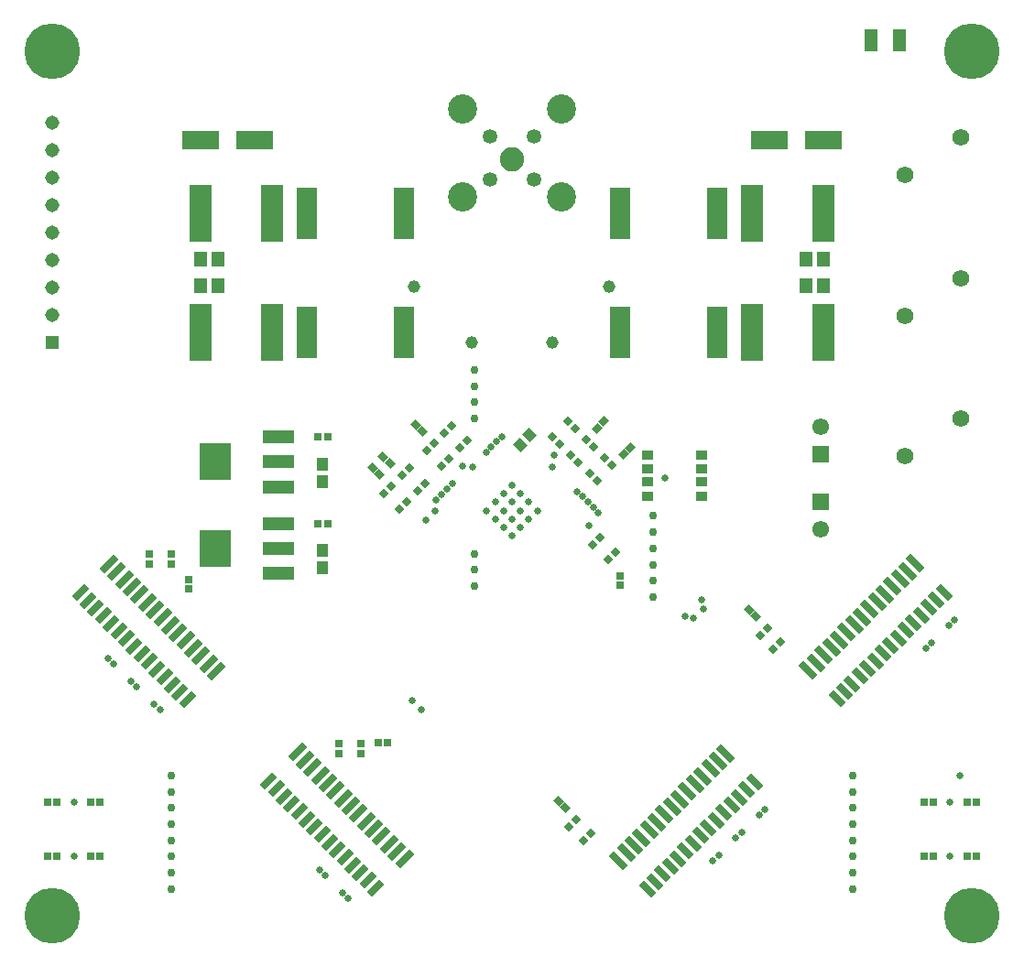
<source format=gts>
G04*
G04 #@! TF.GenerationSoftware,Altium Limited,Altium Designer,24.4.1 (13)*
G04*
G04 Layer_Color=8388736*
%FSLAX44Y44*%
%MOMM*%
G71*
G04*
G04 #@! TF.SameCoordinates,A59C2C85-A93C-4369-95B1-CFFD4854EA8D*
G04*
G04*
G04 #@! TF.FilePolarity,Negative*
G04*
G01*
G75*
%ADD19R,2.0000X5.3000*%
%ADD21R,1.2546X1.4562*%
G04:AMPARAMS|DCode=23|XSize=0.7154mm|YSize=0.6725mm|CornerRadius=0mm|HoleSize=0mm|Usage=FLASHONLY|Rotation=45.000|XOffset=0mm|YOffset=0mm|HoleType=Round|Shape=Rectangle|*
%AMROTATEDRECTD23*
4,1,4,-0.0152,-0.4907,-0.4907,-0.0152,0.0152,0.4907,0.4907,0.0152,-0.0152,-0.4907,0.0*
%
%ADD23ROTATEDRECTD23*%

G04:AMPARAMS|DCode=24|XSize=0.7154mm|YSize=0.6725mm|CornerRadius=0mm|HoleSize=0mm|Usage=FLASHONLY|Rotation=315.000|XOffset=0mm|YOffset=0mm|HoleType=Round|Shape=Rectangle|*
%AMROTATEDRECTD24*
4,1,4,-0.4907,0.0152,-0.0152,0.4907,0.4907,-0.0152,0.0152,-0.4907,-0.4907,0.0152,0.0*
%
%ADD24ROTATEDRECTD24*%

G04:AMPARAMS|DCode=28|XSize=0.6mm|YSize=1.65mm|CornerRadius=0mm|HoleSize=0mm|Usage=FLASHONLY|Rotation=45.000|XOffset=0mm|YOffset=0mm|HoleType=Round|Shape=Rectangle|*
%AMROTATEDRECTD28*
4,1,4,0.3712,-0.7955,-0.7955,0.3712,-0.3712,0.7955,0.7955,-0.3712,0.3712,-0.7955,0.0*
%
%ADD28ROTATEDRECTD28*%

G04:AMPARAMS|DCode=29|XSize=0.6mm|YSize=1.85mm|CornerRadius=0mm|HoleSize=0mm|Usage=FLASHONLY|Rotation=45.000|XOffset=0mm|YOffset=0mm|HoleType=Round|Shape=Rectangle|*
%AMROTATEDRECTD29*
4,1,4,0.4419,-0.8662,-0.8662,0.4419,-0.4419,0.8662,0.8662,-0.4419,0.4419,-0.8662,0.0*
%
%ADD29ROTATEDRECTD29*%

%ADD30R,1.1430X2.0320*%
G04:AMPARAMS|DCode=32|XSize=0.6mm|YSize=1.65mm|CornerRadius=0mm|HoleSize=0mm|Usage=FLASHONLY|Rotation=315.000|XOffset=0mm|YOffset=0mm|HoleType=Round|Shape=Rectangle|*
%AMROTATEDRECTD32*
4,1,4,-0.7955,-0.3712,0.3712,0.7955,0.7955,0.3712,-0.3712,-0.7955,-0.7955,-0.3712,0.0*
%
%ADD32ROTATEDRECTD32*%

G04:AMPARAMS|DCode=33|XSize=0.6mm|YSize=1.85mm|CornerRadius=0mm|HoleSize=0mm|Usage=FLASHONLY|Rotation=315.000|XOffset=0mm|YOffset=0mm|HoleType=Round|Shape=Rectangle|*
%AMROTATEDRECTD33*
4,1,4,-0.8662,-0.4419,0.4419,0.8662,0.8662,0.4419,-0.4419,-0.8662,-0.8662,-0.4419,0.0*
%
%ADD33ROTATEDRECTD33*%

%ADD34R,0.6725X0.7154*%
%ADD39R,1.0121X1.2084*%
%ADD40R,0.7154X0.6725*%
%ADD41R,1.9500X4.7500*%
%ADD42R,0.7500X0.7000*%
G04:AMPARAMS|DCode=43|XSize=0.7mm|YSize=0.75mm|CornerRadius=0mm|HoleSize=0mm|Usage=FLASHONLY|Rotation=45.000|XOffset=0mm|YOffset=0mm|HoleType=Round|Shape=Rectangle|*
%AMROTATEDRECTD43*
4,1,4,0.0177,-0.5127,-0.5127,0.0177,-0.0177,0.5127,0.5127,-0.0177,0.0177,-0.5127,0.0*
%
%ADD43ROTATEDRECTD43*%

%ADD44R,0.7000X0.7500*%
G04:AMPARAMS|DCode=45|XSize=0.7mm|YSize=0.75mm|CornerRadius=0mm|HoleSize=0mm|Usage=FLASHONLY|Rotation=315.000|XOffset=0mm|YOffset=0mm|HoleType=Round|Shape=Rectangle|*
%AMROTATEDRECTD45*
4,1,4,-0.5127,-0.0177,0.0177,0.5127,0.5127,0.0177,-0.0177,-0.5127,-0.5127,-0.0177,0.0*
%
%ADD45ROTATEDRECTD45*%

G04:AMPARAMS|DCode=46|XSize=1mm|YSize=0.85mm|CornerRadius=0mm|HoleSize=0mm|Usage=FLASHONLY|Rotation=135.000|XOffset=0mm|YOffset=0mm|HoleType=Round|Shape=Rectangle|*
%AMROTATEDRECTD46*
4,1,4,0.6541,-0.0530,0.0530,-0.6541,-0.6541,0.0530,-0.0530,0.6541,0.6541,-0.0530,0.0*
%
%ADD46ROTATEDRECTD46*%

%ADD47R,3.3500X1.7500*%
%ADD48C,0.7500*%
%ADD49R,1.0000X0.8500*%
%ADD50R,1.1000X0.9500*%
%ADD51R,2.8500X1.1500*%
%ADD52R,2.8500X3.4500*%
%ADD53C,1.3500*%
%ADD54C,2.2500*%
%ADD55C,2.7000*%
%ADD56C,1.5500*%
%ADD57R,1.5500X1.5500*%
%ADD58C,1.3100*%
%ADD59R,1.3100X1.3100*%
%ADD60C,1.5748*%
%ADD61C,0.6500*%
%ADD62C,1.1500*%
%ADD63C,5.1500*%
D19*
X253000Y700000D02*
D03*
X187000D02*
D03*
Y590000D02*
D03*
X253000D02*
D03*
X763000D02*
D03*
X697000Y590000D02*
D03*
X763000Y700000D02*
D03*
X697000D02*
D03*
D21*
X763258Y657500D02*
D03*
X746742D02*
D03*
X763258Y632500D02*
D03*
X746742D02*
D03*
X186742D02*
D03*
X203258D02*
D03*
X186742Y657500D02*
D03*
X203258D02*
D03*
D23*
X356358Y440708D02*
D03*
X363125Y447476D02*
D03*
X433685Y489751D02*
D03*
X426917Y482983D02*
D03*
X394238Y450304D02*
D03*
X387470Y443536D02*
D03*
X380085Y464446D02*
D03*
X373317Y457678D02*
D03*
X370500Y426566D02*
D03*
X377268Y433334D02*
D03*
X563702Y379342D02*
D03*
X570470Y386110D02*
D03*
X549549Y393483D02*
D03*
X556317Y400251D02*
D03*
X410108Y466164D02*
D03*
X416876Y472932D02*
D03*
X419391Y503741D02*
D03*
X412623Y496973D02*
D03*
X395956Y480306D02*
D03*
X402724Y487074D02*
D03*
X527616Y132616D02*
D03*
X534384Y139384D02*
D03*
X540616Y119616D02*
D03*
X547384Y126384D02*
D03*
X704116Y309116D02*
D03*
X710884Y315884D02*
D03*
X716616Y296616D02*
D03*
X723384Y303384D02*
D03*
D24*
X546569Y459497D02*
D03*
X553337Y452729D02*
D03*
X560712Y473639D02*
D03*
X567479Y466871D02*
D03*
X536367Y469699D02*
D03*
X529599Y476467D02*
D03*
X550509Y483841D02*
D03*
X543741Y490609D02*
D03*
X512628Y493438D02*
D03*
X519396Y486670D02*
D03*
X526770Y507580D02*
D03*
X533538Y500812D02*
D03*
D28*
X600000Y75000D02*
D03*
X607071Y82071D02*
D03*
X614142Y89142D02*
D03*
X621213Y96213D02*
D03*
X628284Y103284D02*
D03*
X635355Y110355D02*
D03*
X642426Y117426D02*
D03*
X649498Y124497D02*
D03*
X656569Y131568D02*
D03*
X663640Y138640D02*
D03*
X670711Y145711D02*
D03*
X677782Y152782D02*
D03*
X684853Y159853D02*
D03*
X691924Y166924D02*
D03*
X698995Y173995D02*
D03*
X775377Y250628D02*
D03*
X782448Y257699D02*
D03*
X789519Y264770D02*
D03*
X796590Y271841D02*
D03*
X803661Y278912D02*
D03*
X810732Y285984D02*
D03*
X817803Y293055D02*
D03*
X824874Y300126D02*
D03*
X831945Y307197D02*
D03*
X839016Y314268D02*
D03*
X846087Y321339D02*
D03*
X853159Y328410D02*
D03*
X860230Y335481D02*
D03*
X867301Y342552D02*
D03*
X874372Y349623D02*
D03*
D29*
X573484Y101517D02*
D03*
X580555Y108588D02*
D03*
X587626Y115659D02*
D03*
X594697Y122730D02*
D03*
X601768Y129801D02*
D03*
X608839Y136872D02*
D03*
X615910Y143943D02*
D03*
X622981Y151014D02*
D03*
X630052Y158085D02*
D03*
X637123Y165156D02*
D03*
X644194Y172227D02*
D03*
X651265Y179298D02*
D03*
X658336Y186369D02*
D03*
X665407Y193440D02*
D03*
X672478Y200511D02*
D03*
X748860Y277145D02*
D03*
X755931Y284216D02*
D03*
X763002Y291287D02*
D03*
X770074Y298358D02*
D03*
X777145Y305429D02*
D03*
X784216Y312500D02*
D03*
X791287Y319571D02*
D03*
X798358Y326642D02*
D03*
X805429Y333713D02*
D03*
X812500Y340784D02*
D03*
X819571Y347855D02*
D03*
X826642Y354926D02*
D03*
X833713Y361997D02*
D03*
X840784Y369068D02*
D03*
X847855Y376140D02*
D03*
D30*
X833335Y860000D02*
D03*
X806665D02*
D03*
D32*
X76005Y348995D02*
D03*
X83076Y341924D02*
D03*
X90147Y334853D02*
D03*
X97218Y327782D02*
D03*
X104289Y320711D02*
D03*
X111360Y313640D02*
D03*
X118431Y306569D02*
D03*
X125503Y299497D02*
D03*
X132573Y292426D02*
D03*
X139645Y285355D02*
D03*
X146716Y278284D02*
D03*
X153787Y271213D02*
D03*
X160858Y264142D02*
D03*
X167929Y257071D02*
D03*
X175000Y250000D02*
D03*
X250000Y175000D02*
D03*
X257071Y167929D02*
D03*
X264142Y160858D02*
D03*
X271213Y153787D02*
D03*
X278284Y146716D02*
D03*
X285355Y139645D02*
D03*
X292426Y132573D02*
D03*
X299498Y125503D02*
D03*
X306569Y118431D02*
D03*
X313640Y111360D02*
D03*
X320711Y104289D02*
D03*
X327782Y97218D02*
D03*
X334853Y90147D02*
D03*
X341924Y83076D02*
D03*
X348995Y76005D02*
D03*
D33*
X102521Y375511D02*
D03*
X109593Y368440D02*
D03*
X116664Y361369D02*
D03*
X123735Y354298D02*
D03*
X130806Y347227D02*
D03*
X137877Y340156D02*
D03*
X144948Y333085D02*
D03*
X152019Y326014D02*
D03*
X159090Y318943D02*
D03*
X166161Y311872D02*
D03*
X173232Y304801D02*
D03*
X180303Y297730D02*
D03*
X187374Y290659D02*
D03*
X194445Y283587D02*
D03*
X201516Y276516D02*
D03*
X276516Y201516D02*
D03*
X283587Y194445D02*
D03*
X290659Y187374D02*
D03*
X297730Y180303D02*
D03*
X304801Y173232D02*
D03*
X311872Y166161D02*
D03*
X318943Y159090D02*
D03*
X326014Y152019D02*
D03*
X333085Y144948D02*
D03*
X340156Y137877D02*
D03*
X347227Y130806D02*
D03*
X354298Y123735D02*
D03*
X361369Y116664D02*
D03*
X368440Y109593D02*
D03*
X375511Y102521D02*
D03*
D34*
X160000Y375214D02*
D03*
Y384786D02*
D03*
X140000Y375214D02*
D03*
Y384786D02*
D03*
X335000Y200214D02*
D03*
Y209786D02*
D03*
X315000Y200214D02*
D03*
Y209786D02*
D03*
D39*
X300000Y451981D02*
D03*
Y468019D02*
D03*
Y371981D02*
D03*
Y388019D02*
D03*
D40*
X295214Y493000D02*
D03*
X304786D02*
D03*
X295214Y413000D02*
D03*
X304786Y413000D02*
D03*
D41*
X285000Y590000D02*
D03*
X375000D02*
D03*
X285000Y700000D02*
D03*
X375000D02*
D03*
X665000Y590000D02*
D03*
X575000D02*
D03*
X665000Y700000D02*
D03*
X575000D02*
D03*
D42*
X864250Y155000D02*
D03*
X855750D02*
D03*
X895750D02*
D03*
X904250D02*
D03*
X45750Y155000D02*
D03*
X54250D02*
D03*
X94250D02*
D03*
X85750D02*
D03*
X45750Y105000D02*
D03*
X54250D02*
D03*
X855750D02*
D03*
X864250D02*
D03*
X94250D02*
D03*
X85750D02*
D03*
X904250D02*
D03*
X895750D02*
D03*
X351500Y210000D02*
D03*
X360000D02*
D03*
D43*
X352140Y458764D02*
D03*
X346130Y464775D02*
D03*
X362040Y468664D02*
D03*
X356029Y474674D02*
D03*
X391738Y498362D02*
D03*
X385728Y504373D02*
D03*
X524005Y149995D02*
D03*
X517995Y156005D02*
D03*
X700505Y326995D02*
D03*
X694495Y333005D02*
D03*
D44*
X575000Y364250D02*
D03*
Y355750D02*
D03*
X176000Y361250D02*
D03*
Y352750D02*
D03*
D45*
X578061Y477149D02*
D03*
X584071Y483159D02*
D03*
X554019Y501191D02*
D03*
X560030Y507201D02*
D03*
D46*
X491264Y494477D02*
D03*
X482425Y485638D02*
D03*
D47*
X762500Y767500D02*
D03*
X712500D02*
D03*
X187500D02*
D03*
X237500D02*
D03*
D48*
X790000Y120000D02*
D03*
Y180000D02*
D03*
Y105000D02*
D03*
Y165000D02*
D03*
Y90000D02*
D03*
Y150000D02*
D03*
Y75000D02*
D03*
Y135000D02*
D03*
X160000D02*
D03*
Y75000D02*
D03*
Y150000D02*
D03*
Y90000D02*
D03*
Y165000D02*
D03*
Y105000D02*
D03*
Y180000D02*
D03*
Y120000D02*
D03*
X440000Y525000D02*
D03*
X605000Y360000D02*
D03*
X440000Y540000D02*
D03*
X605000Y345000D02*
D03*
X440000Y555000D02*
D03*
Y355000D02*
D03*
X605000Y405000D02*
D03*
X440000Y370000D02*
D03*
X605000Y390000D02*
D03*
X440000Y385000D02*
D03*
X605000Y375000D02*
D03*
X440000Y510000D02*
D03*
X605000Y420000D02*
D03*
D49*
X600000Y463750D02*
D03*
Y476250D02*
D03*
X650000Y463750D02*
D03*
Y476250D02*
D03*
D50*
X600000Y438250D02*
D03*
Y451750D02*
D03*
X650000Y438250D02*
D03*
Y451750D02*
D03*
D51*
X259500Y447000D02*
D03*
Y470000D02*
D03*
Y493000D02*
D03*
Y367000D02*
D03*
Y390000D02*
D03*
Y413000D02*
D03*
D52*
X200500Y470000D02*
D03*
Y390000D02*
D03*
D53*
X495000Y730900D02*
D03*
X495000Y770900D02*
D03*
X455000D02*
D03*
Y730900D02*
D03*
D54*
X475000Y750000D02*
D03*
D55*
X520750Y715000D02*
D03*
Y796000D02*
D03*
X429250D02*
D03*
Y715000D02*
D03*
D56*
X760000Y407300D02*
D03*
Y502700D02*
D03*
D57*
Y432700D02*
D03*
Y477300D02*
D03*
D58*
X50000Y783200D02*
D03*
Y757800D02*
D03*
Y732400D02*
D03*
Y707000D02*
D03*
Y681600D02*
D03*
Y656200D02*
D03*
Y630800D02*
D03*
Y605400D02*
D03*
D59*
Y580000D02*
D03*
D60*
X890000Y640000D02*
D03*
X838000Y605000D02*
D03*
Y735000D02*
D03*
X890000Y770000D02*
D03*
X838000Y475000D02*
D03*
X890000Y510000D02*
D03*
D61*
X382536Y249536D02*
D03*
X107005Y282995D02*
D03*
X101755Y288245D02*
D03*
X666000Y106000D02*
D03*
X660750Y100750D02*
D03*
X635000Y327500D02*
D03*
X650000Y342500D02*
D03*
X616000Y455000D02*
D03*
X395097Y415808D02*
D03*
X295214Y493000D02*
D03*
Y413000D02*
D03*
X880000Y155000D02*
D03*
X889000Y180000D02*
D03*
X70000Y105000D02*
D03*
Y155000D02*
D03*
X880000Y105000D02*
D03*
X782448Y257699D02*
D03*
X777145Y305429D02*
D03*
X770074Y298358D02*
D03*
X763002Y291287D02*
D03*
X278284Y146716D02*
D03*
X160000Y75000D02*
D03*
Y90000D02*
D03*
Y105000D02*
D03*
Y120000D02*
D03*
X271213Y153787D02*
D03*
X264142Y160858D02*
D03*
X257071Y167929D02*
D03*
X554903Y422879D02*
D03*
X545004Y432778D02*
D03*
X540054Y437778D02*
D03*
X535104Y442728D02*
D03*
X491264Y494477D02*
D03*
X513891Y476619D02*
D03*
X450908Y478740D02*
D03*
X405000Y435000D02*
D03*
X410000Y440000D02*
D03*
X790000Y135000D02*
D03*
Y150000D02*
D03*
Y165000D02*
D03*
Y180000D02*
D03*
X600000Y451750D02*
D03*
X605000Y420000D02*
D03*
X600000Y476250D02*
D03*
X465858Y493589D02*
D03*
X455908Y483690D02*
D03*
X460858Y488640D02*
D03*
X415000Y445000D02*
D03*
X420000Y450000D02*
D03*
X643038Y325462D02*
D03*
X652214Y334286D02*
D03*
X883840Y324091D02*
D03*
X878590Y318841D02*
D03*
X857377Y297628D02*
D03*
X862627Y302878D02*
D03*
X708463Y148463D02*
D03*
X703213Y143213D02*
D03*
X682000Y122000D02*
D03*
X687250Y127250D02*
D03*
X149468Y240532D02*
D03*
X144218Y245782D02*
D03*
X123005Y266995D02*
D03*
X128255Y261745D02*
D03*
X302250Y87750D02*
D03*
X297000Y93000D02*
D03*
X318213Y71787D02*
D03*
X323463Y66537D02*
D03*
X391536Y240536D02*
D03*
X451665Y425000D02*
D03*
X459444Y417222D02*
D03*
X467222Y409444D02*
D03*
X475000Y401665D02*
D03*
X459444Y432778D02*
D03*
X467222Y425000D02*
D03*
X475000Y417222D02*
D03*
X482778Y409444D02*
D03*
X467222Y440556D02*
D03*
X475000Y432778D02*
D03*
X482778Y425000D02*
D03*
X490556Y417222D02*
D03*
X475000Y448335D02*
D03*
X482778Y440556D02*
D03*
X490556Y432778D02*
D03*
X498335Y425000D02*
D03*
X553337Y452729D02*
D03*
X512477Y465305D02*
D03*
X429038Y466012D02*
D03*
X438938Y465305D02*
D03*
X404289Y425000D02*
D03*
X549953Y427828D02*
D03*
X545711Y410858D02*
D03*
D62*
X384781Y632258D02*
D03*
X565000Y632258D02*
D03*
X512000Y580758D02*
D03*
X438000Y580758D02*
D03*
D63*
X50000Y850000D02*
D03*
X900000D02*
D03*
Y50000D02*
D03*
X50000D02*
D03*
M02*

</source>
